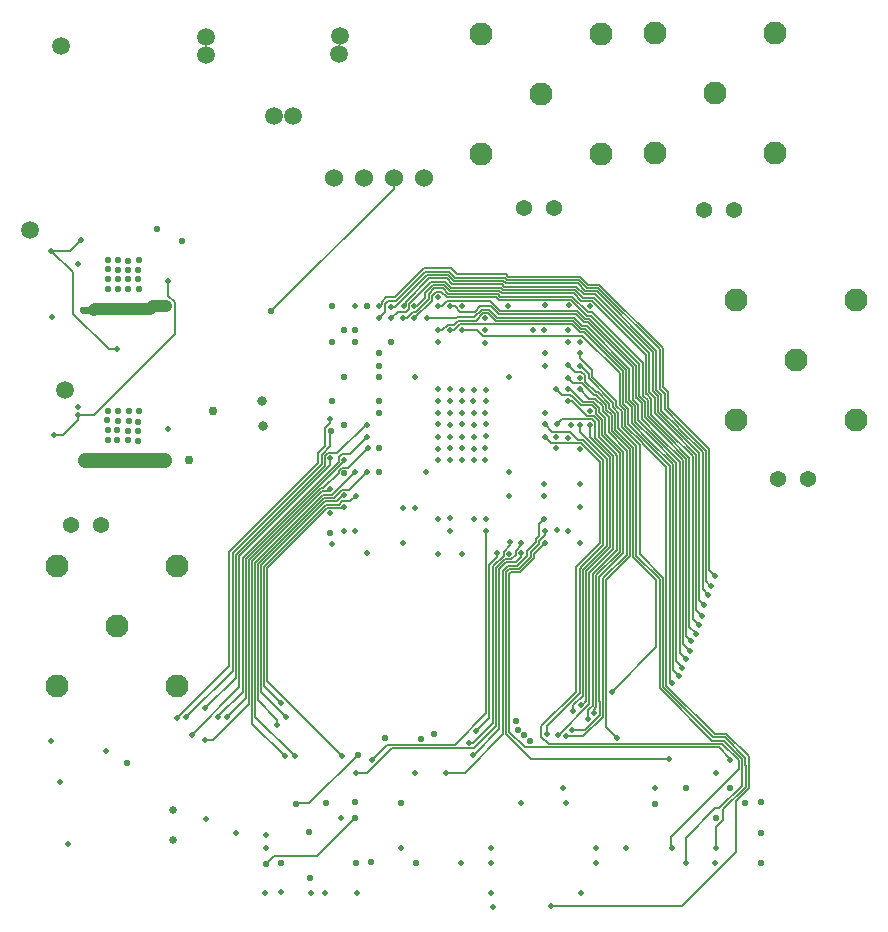
<source format=gbr>
G04 EAGLE Gerber RS-274X export*
G75*
%MOMM*%
%FSLAX34Y34*%
%LPD*%
%INCopper Layer 2*%
%IPPOS*%
%AMOC8*
5,1,8,0,0,1.08239X$1,22.5*%
G01*
%ADD10C,1.943100*%
%ADD11C,1.371600*%
%ADD12C,1.524000*%
%ADD13C,0.553200*%
%ADD14C,1.500000*%
%ADD15C,0.825000*%
%ADD16C,0.503200*%
%ADD17C,0.750000*%
%ADD18C,0.152400*%
%ADD19C,0.675000*%
%ADD20C,0.203200*%
%ADD21C,1.270000*%
%ADD22C,1.000000*%
%ADD23C,0.609600*%
%ADD24C,1.016000*%


D10*
X585000Y732200D03*
X635800Y783000D03*
X534200Y783000D03*
X534200Y681400D03*
X635800Y681400D03*
X732200Y732900D03*
X783000Y783700D03*
X681400Y783700D03*
X681400Y682100D03*
X783000Y682100D03*
X800500Y506800D03*
X851300Y557600D03*
X749700Y557600D03*
X749700Y456000D03*
X851300Y456000D03*
X225800Y281500D03*
X276600Y332300D03*
X175000Y332300D03*
X175000Y230700D03*
X276600Y230700D03*
D11*
X212500Y367300D03*
X187100Y367300D03*
X785400Y406300D03*
X810800Y406300D03*
X722700Y634200D03*
X748100Y634200D03*
X570300Y635900D03*
X595700Y635900D03*
D12*
X485500Y660800D03*
X460100Y660800D03*
X434700Y660800D03*
X409300Y660800D03*
D13*
X217900Y463800D03*
X244000Y463800D03*
X217600Y455700D03*
X217700Y447200D03*
X218100Y439200D03*
X243800Y438600D03*
X243500Y446600D03*
X243700Y454700D03*
X235600Y454900D03*
X226400Y455300D03*
X225800Y447500D03*
X235200Y447000D03*
X226000Y439500D03*
X234700Y439400D03*
X226700Y463800D03*
X235500Y463700D03*
X218200Y591200D03*
X244400Y591500D03*
X218400Y567100D03*
X244000Y567000D03*
X226400Y591200D03*
X234900Y591100D03*
X218200Y583800D03*
X218200Y575300D03*
X243900Y575200D03*
X243700Y583000D03*
X234800Y582800D03*
X226500Y583300D03*
X226300Y575200D03*
X234800Y575100D03*
X234900Y566700D03*
X226700Y566700D03*
D14*
X301100Y780100D03*
X300700Y765400D03*
X414200Y781400D03*
X414100Y765800D03*
X358700Y713200D03*
X374900Y713600D03*
X152100Y617200D03*
D15*
X349700Y451200D03*
D13*
X407400Y552400D03*
X437800Y552200D03*
X427600Y532300D03*
X417900Y532300D03*
X407500Y522500D03*
X427600Y522200D03*
X447800Y512600D03*
X458000Y522300D03*
X447600Y502200D03*
X447600Y492400D03*
X407400Y472300D03*
X447500Y472000D03*
X447200Y462100D03*
X447500Y432300D03*
X417700Y452100D03*
X418300Y410900D03*
X447900Y412000D03*
D16*
X405700Y377100D03*
X417900Y361900D03*
X427200Y361800D03*
X407700Y351100D03*
X468000Y351900D03*
X497500Y560300D03*
X497400Y522400D03*
X517900Y552300D03*
X537500Y542200D03*
X557200Y552700D03*
X537400Y532600D03*
X537500Y521300D03*
X578100Y532100D03*
X587400Y532000D03*
X588200Y553100D03*
X607500Y532200D03*
X626300Y552300D03*
X607500Y522500D03*
X618100Y522300D03*
X617500Y491800D03*
X587900Y512400D03*
X587800Y502200D03*
X626300Y463800D03*
X609800Y451600D03*
X587900Y462000D03*
X607800Y441200D03*
X597600Y441700D03*
X617800Y431100D03*
X597600Y432200D03*
X587600Y402100D03*
X587500Y392000D03*
X618000Y402200D03*
X617700Y382300D03*
X597900Y362700D03*
X617600Y351900D03*
X607700Y362100D03*
X557700Y343000D03*
X538100Y372300D03*
X517800Y342900D03*
X527600Y372400D03*
X497300Y372300D03*
X507800Y372800D03*
X507500Y362300D03*
X497700Y343000D03*
X557900Y392100D03*
X477700Y492100D03*
X557900Y492300D03*
X557700Y412300D03*
X487700Y412300D03*
X497600Y472400D03*
X508000Y472200D03*
X518000Y472100D03*
X527400Y472200D03*
X537800Y472200D03*
X537600Y462200D03*
X537900Y452300D03*
X537800Y442400D03*
X537500Y432400D03*
X537400Y422600D03*
X527800Y431800D03*
X527600Y422200D03*
X517600Y422500D03*
X507900Y422300D03*
X537800Y481700D03*
X527800Y481700D03*
X527900Y462400D03*
X527900Y452100D03*
X527700Y441900D03*
X517900Y432100D03*
X508100Y432200D03*
X517900Y442100D03*
X517700Y452300D03*
X517700Y462100D03*
X518000Y481800D03*
X508000Y481900D03*
X507600Y462200D03*
X508100Y451900D03*
X507900Y441800D03*
X497600Y431600D03*
X497500Y422500D03*
X497700Y442000D03*
X497500Y452600D03*
X497500Y462100D03*
X497500Y481900D03*
D13*
X417600Y492500D03*
D16*
X478200Y381900D03*
X467800Y381900D03*
X437700Y343300D03*
D15*
X348100Y472400D03*
D13*
X234300Y165300D03*
D16*
X183900Y96800D03*
X177100Y149600D03*
D13*
X259500Y618200D03*
X280700Y607300D03*
D14*
X178400Y772900D03*
D13*
X707600Y144200D03*
X745100Y144400D03*
X681100Y130600D03*
X733200Y119400D03*
X757100Y132100D03*
X771000Y132300D03*
D14*
X181600Y481400D03*
D17*
X306700Y464000D03*
D16*
X608100Y553200D03*
X169800Y184300D03*
X269200Y448400D03*
X538300Y362300D03*
D18*
X538300Y207600D01*
X454700Y181000D02*
X442000Y168300D01*
X441700Y168600D01*
D16*
X441700Y168600D03*
D18*
X511700Y181000D02*
X538300Y207600D01*
X511700Y181000D02*
X454700Y181000D01*
D16*
X587600Y371900D03*
D18*
X583400Y367700D01*
X583400Y358200D01*
X580500Y355300D01*
X580500Y352700D01*
X573100Y345300D01*
X573100Y341200D01*
X570594Y338694D01*
X570594Y338643D01*
X564657Y332706D01*
X556600Y332706D01*
X552276Y328382D01*
X552276Y189876D01*
D16*
X504100Y157600D03*
D18*
X520000Y157600D02*
X552276Y189876D01*
X520000Y157600D02*
X504100Y157600D01*
D16*
X588000Y362500D03*
D18*
X588000Y358600D01*
X583300Y353900D01*
X583300Y351400D01*
X575894Y343994D01*
X575894Y340043D01*
X573388Y337537D02*
X573388Y337485D01*
X565815Y329912D01*
X573388Y337537D02*
X575894Y340043D01*
X565815Y329912D02*
X557757Y329912D01*
X555070Y327225D01*
X555070Y190430D01*
X576300Y169200D02*
X693300Y169200D01*
X693300Y169300D01*
D16*
X693300Y169300D03*
D18*
X576300Y169200D02*
X555070Y190430D01*
D16*
X588000Y352000D03*
D18*
X578688Y342688D01*
X578688Y338885D01*
X576182Y336379D02*
X576182Y336328D01*
X566972Y327118D01*
X576182Y336379D02*
X578688Y338885D01*
X566972Y327118D02*
X558915Y327118D01*
X557864Y326067D01*
X557864Y192136D01*
X745100Y169200D02*
X745100Y168300D01*
D16*
X745100Y168300D03*
D18*
X570900Y179100D02*
X557864Y192136D01*
X570900Y179100D02*
X735200Y179100D01*
X745100Y169200D01*
D16*
X568100Y352200D03*
D18*
X568100Y350000D01*
X563200Y345100D01*
X563200Y342000D01*
X559600Y338400D01*
X554100Y338400D01*
X546688Y330988D01*
X546688Y196788D01*
X437400Y157200D02*
X427900Y157200D01*
X427800Y157300D01*
D16*
X427800Y157300D03*
D18*
X528000Y178100D02*
X546688Y196788D01*
X528000Y178100D02*
X458300Y178100D01*
X437400Y157200D01*
D16*
X558300Y352500D03*
D18*
X558300Y350000D01*
X553000Y344700D01*
X553000Y341300D01*
X543894Y332194D01*
X543894Y199394D01*
X526900Y182400D02*
X523400Y182400D01*
X523400Y182648D01*
D16*
X523400Y182648D03*
X477900Y157000D03*
D18*
X526900Y182400D02*
X543894Y199394D01*
D16*
X567800Y343200D03*
D18*
X567800Y339800D01*
X563500Y335500D02*
X555151Y335500D01*
X563500Y335500D02*
X567800Y339800D01*
X555151Y335500D02*
X549482Y329831D01*
X549482Y194182D01*
X527300Y172700D02*
X527200Y172800D01*
D16*
X527200Y172800D03*
X681300Y144300D03*
D18*
X549482Y194182D02*
X528000Y172700D01*
X527300Y172700D01*
D16*
X547800Y343100D03*
D18*
X547800Y340100D01*
X541100Y333400D01*
X541100Y204000D02*
X529600Y192500D01*
X541100Y204000D02*
X541100Y333400D01*
X529600Y192500D02*
X529616Y192484D01*
D16*
X529616Y192484D03*
X732600Y157000D03*
X497600Y532100D03*
D18*
X529400Y540300D02*
X535700Y546600D01*
X529400Y540300D02*
X514800Y540300D01*
X511300Y536800D01*
X501300Y532100D02*
X497600Y532100D01*
X501300Y532100D02*
X506000Y536800D01*
X511300Y536800D01*
X535700Y546600D02*
X540000Y546600D01*
X546606Y539994D01*
X611757Y539994D02*
X618563Y533188D01*
X611757Y539994D02*
X546606Y539994D01*
X618563Y533188D02*
X622115Y533188D01*
X656788Y471520D02*
X657300Y471008D01*
X657300Y470965D01*
X661440Y466825D01*
X661440Y453631D02*
X676555Y438516D01*
X676555Y438413D01*
X696442Y418526D01*
X696442Y244258D01*
X661440Y453631D02*
X661440Y466825D01*
X656788Y498515D02*
X622115Y533188D01*
X656788Y498515D02*
X656788Y471520D01*
D16*
X701400Y239300D03*
D18*
X696442Y244258D01*
D13*
X575102Y183900D03*
X427300Y119200D03*
D18*
X394800Y86700D01*
X358500Y86700D02*
X351800Y80000D01*
X351650Y80150D01*
D13*
X351650Y80150D03*
D18*
X358500Y86700D02*
X394800Y86700D01*
D16*
X468400Y552400D03*
D18*
X470206Y554206D01*
X470206Y555757D01*
X490325Y575876D02*
X504830Y575876D01*
X490325Y575876D02*
X470206Y555757D01*
X504830Y575876D02*
X509736Y570970D01*
X551636Y570970D02*
X553630Y568976D01*
X614630Y568976D02*
X621218Y562388D01*
X630615Y562388D02*
X679300Y513703D01*
X551636Y570970D02*
X509736Y570970D01*
X553630Y568976D02*
X614630Y568976D01*
X621218Y562388D02*
X630615Y562388D01*
X679300Y513703D02*
X679300Y480619D01*
X679652Y480267D01*
X679652Y480224D01*
X683792Y476084D01*
X683792Y462890D02*
X698907Y447775D01*
X698907Y447672D01*
X718794Y427785D01*
X718794Y303606D01*
X683792Y462890D02*
X683792Y476084D01*
X718794Y303606D02*
X723100Y299300D01*
X723050Y299250D01*
D16*
X723050Y299250D03*
D13*
X388507Y107393D03*
D16*
X497500Y552300D03*
D18*
X505400Y557000D02*
X541600Y557000D01*
X505400Y557000D02*
X500700Y552300D01*
X497500Y552300D01*
X541600Y557000D02*
X550224Y548376D01*
X615230Y548376D02*
X622036Y541570D01*
X615230Y548376D02*
X550224Y548376D01*
X625657Y541570D02*
X627294Y539933D01*
X627294Y539863D01*
X665170Y501987D02*
X665170Y474992D01*
X665682Y474480D01*
X665682Y474437D01*
X669822Y470297D01*
X669822Y457103D02*
X684937Y441988D01*
X684937Y441885D01*
X704824Y421998D01*
X669822Y457103D02*
X669822Y470297D01*
X625657Y541570D02*
X622036Y541570D01*
X627294Y539863D02*
X665170Y501987D01*
X704824Y421998D02*
X704824Y266376D01*
X710700Y260500D01*
D16*
X710700Y260500D03*
D13*
X563330Y201170D03*
X494400Y190400D03*
X427700Y80900D03*
D16*
X587700Y452400D03*
D18*
X593900Y446200D01*
X616206Y439494D02*
X619957Y439494D01*
X609500Y446200D02*
X593900Y446200D01*
X609500Y446200D02*
X616206Y439494D01*
X637594Y421857D02*
X637594Y350543D01*
X637594Y421857D02*
X619957Y439494D01*
X619200Y332149D02*
X619200Y332051D01*
X617333Y330184D01*
X619200Y332149D02*
X637594Y350543D01*
X589700Y197000D02*
X589700Y190000D01*
D16*
X589700Y190000D03*
X542600Y93700D03*
D18*
X617333Y224633D02*
X617333Y330184D01*
X617333Y224633D02*
X589700Y197000D01*
D16*
X607400Y491900D03*
D18*
X612200Y487100D01*
X629918Y476982D02*
X631472Y476982D01*
X639682Y468772D02*
X639682Y464875D01*
X619800Y487100D02*
X612200Y487100D01*
X619800Y487100D02*
X629918Y476982D01*
X631472Y476982D02*
X639682Y468772D01*
X644676Y459881D02*
X644676Y446686D01*
X659791Y431571D01*
X659791Y431469D01*
X659959Y431300D01*
X659959Y341000D01*
X644676Y459881D02*
X639682Y464875D01*
X659959Y341000D02*
X639900Y320940D01*
X639900Y196200D01*
X649066Y187034D01*
D16*
X649066Y187034D03*
X631100Y94000D03*
X608000Y472500D03*
D18*
X610600Y472500D01*
X629357Y459394D02*
X633500Y455251D01*
X629357Y459394D02*
X623706Y459394D01*
X610600Y472500D01*
X633500Y442057D02*
X648615Y426942D01*
X633500Y442057D02*
X633500Y455251D01*
X648615Y426942D02*
X648615Y426839D01*
X648783Y426671D01*
X648783Y345829D01*
X628609Y325655D01*
X628609Y214160D01*
X627397Y212948D01*
X627380Y212948D01*
X624716Y210284D01*
X624716Y203184D01*
X624800Y203100D01*
D16*
X624800Y203100D03*
X656300Y93700D03*
X587800Y442000D03*
D18*
X593000Y436800D01*
X618700Y436800D02*
X634800Y420700D01*
X618700Y436800D02*
X593000Y436800D01*
X634800Y420700D02*
X634800Y351800D01*
X616100Y333100D02*
X616100Y332903D01*
X614439Y331242D01*
X614439Y226000D01*
X616100Y333100D02*
X634800Y351800D01*
X614439Y226000D02*
X585100Y196661D01*
X585100Y188000D01*
X591206Y181894D01*
X738206Y181894D02*
X752200Y167900D01*
X752200Y160800D01*
X694500Y103100D02*
X694500Y94500D01*
X695500Y93500D01*
D16*
X695500Y93500D03*
D18*
X738206Y181894D02*
X591206Y181894D01*
X694500Y103100D02*
X752200Y160800D01*
D16*
X617800Y512600D03*
D18*
X617800Y508600D02*
X628000Y498400D01*
X617800Y508600D02*
X617800Y512600D01*
X628000Y498400D02*
X628000Y492503D01*
X648300Y472203D02*
X648300Y472051D01*
X648394Y471957D01*
X648394Y468060D02*
X648918Y467536D01*
X648918Y467493D01*
X648394Y468060D02*
X648394Y471957D01*
X653058Y463353D02*
X653058Y450159D01*
X668173Y435043D01*
X668173Y342452D02*
X688060Y322565D01*
X668173Y342452D02*
X668173Y435043D01*
X648300Y472203D02*
X628000Y492503D01*
X648918Y467493D02*
X653058Y463353D01*
X688060Y229991D02*
X730569Y187482D01*
X740521Y187482D01*
X757788Y163763D02*
X757894Y163657D01*
X757788Y170215D02*
X740521Y187482D01*
X757788Y170215D02*
X757788Y163763D01*
X757894Y163657D02*
X757894Y145443D01*
X738900Y126449D01*
X738900Y117300D01*
X732900Y111300D01*
X732900Y94200D01*
X733300Y93800D01*
D16*
X733300Y93800D03*
D18*
X688060Y229991D02*
X688060Y322565D01*
D16*
X487800Y542300D03*
D18*
X512600Y542300D01*
X513400Y543100D01*
X528000Y543100D01*
X534400Y549500D01*
X541100Y549500D02*
X547812Y542788D01*
X612915Y542788D02*
X619721Y535982D01*
X541100Y549500D02*
X534400Y549500D01*
X547812Y542788D02*
X612915Y542788D01*
X619721Y535982D02*
X623272Y535982D01*
X659582Y472678D02*
X660094Y472166D01*
X660094Y472122D01*
X664234Y467983D01*
X664234Y454788D02*
X679349Y439673D01*
X679349Y439570D01*
X699236Y419683D01*
X664234Y454788D02*
X664234Y467983D01*
X699236Y419683D02*
X699236Y251764D01*
X659582Y499672D02*
X623272Y535982D01*
X659582Y499672D02*
X659582Y472678D01*
X704400Y246600D02*
X704400Y246400D01*
D16*
X704400Y246400D03*
D18*
X704400Y246600D02*
X699236Y251764D01*
D13*
X570300Y189100D03*
X429400Y172400D03*
D18*
X388400Y131400D01*
X377300Y131400D01*
X377300Y131300D01*
D13*
X377300Y131300D03*
D16*
X477600Y552700D03*
D18*
X479900Y552700D02*
X486712Y559512D01*
X479900Y552700D02*
X477600Y552700D01*
X486712Y559512D02*
X486712Y563721D01*
X493279Y570288D01*
X502515Y570288D01*
X507421Y565382D01*
X549321Y565382D02*
X551315Y563388D01*
X612315Y563388D01*
X618903Y556800D01*
X628300Y556800D02*
X673600Y511500D01*
X549321Y565382D02*
X507421Y565382D01*
X618903Y556800D02*
X628300Y556800D01*
X673600Y478417D02*
X674064Y477952D01*
X674064Y477909D01*
X678204Y473769D01*
X678204Y460575D02*
X693319Y445460D01*
X693319Y445357D01*
X713206Y425470D01*
X713206Y287894D01*
X678204Y460575D02*
X678204Y473769D01*
X673600Y478417D02*
X673600Y511500D01*
X713206Y287894D02*
X718200Y282900D01*
D16*
X718200Y282900D03*
D13*
X427300Y132400D03*
D16*
X447600Y542100D03*
D18*
X452600Y547100D01*
X452600Y554600D01*
X455000Y557000D01*
X462249Y557000D01*
X486824Y581576D01*
X507224Y581576D01*
X512242Y576558D01*
X553950Y576558D02*
X555944Y574564D01*
X616944Y574564D02*
X623532Y567976D01*
X632930Y567976D02*
X685100Y515806D01*
X553950Y576558D02*
X512242Y576558D01*
X555944Y574564D02*
X616944Y574564D01*
X623532Y567976D02*
X632930Y567976D01*
X685100Y482722D02*
X685240Y482582D01*
X685240Y482539D01*
X689380Y478399D01*
X689380Y465204D02*
X704495Y450089D01*
X704495Y449987D01*
X724382Y430100D01*
X724382Y319400D01*
X689380Y465204D02*
X689380Y478399D01*
X685100Y482722D02*
X685100Y515806D01*
X724382Y319400D02*
X728082Y315700D01*
D16*
X728800Y315700D03*
D18*
X728082Y315700D01*
D13*
X452408Y186900D03*
D16*
X617700Y482100D03*
D18*
X625612Y474188D01*
X630315Y474188D01*
X636888Y467615D01*
X636888Y463718D01*
X641882Y458724D02*
X641882Y445529D01*
X656997Y430414D02*
X656997Y430311D01*
X657165Y430143D01*
X657165Y342157D01*
X641882Y458724D02*
X636888Y463718D01*
X641882Y445529D02*
X656997Y430414D01*
X657165Y342157D02*
X637106Y322098D01*
X637106Y204706D02*
X620700Y188300D01*
X606200Y188300D01*
X606100Y188400D01*
X637106Y204706D02*
X637106Y322098D01*
D16*
X606100Y188400D03*
X567700Y132100D03*
X607600Y482100D03*
D18*
X609200Y482100D01*
X619906Y471394D01*
X629157Y471394D02*
X634094Y466457D01*
X634094Y462560D01*
X629157Y471394D02*
X619906Y471394D01*
X639088Y457566D02*
X639088Y444372D01*
X654203Y429257D01*
X654203Y429154D01*
X654371Y428986D01*
X654371Y343515D01*
X634228Y323372D01*
X639088Y457566D02*
X634094Y462560D01*
X634228Y323372D02*
X634228Y217772D01*
X634312Y217688D01*
X634312Y205912D02*
X621600Y193200D01*
X610800Y193200D01*
X634312Y205912D02*
X634312Y217688D01*
D16*
X610800Y193200D03*
X605650Y132150D03*
X457800Y542200D03*
D18*
X463400Y547800D01*
X473000Y550400D02*
X473000Y554600D01*
X470400Y547800D02*
X463400Y547800D01*
X470400Y547800D02*
X473000Y550400D01*
X473000Y554600D02*
X491482Y573082D01*
X503672Y573082D01*
X508578Y568176D01*
X550478Y568176D01*
X552472Y566182D02*
X613472Y566182D01*
X620060Y559594D02*
X629457Y559594D01*
X552472Y566182D02*
X550478Y568176D01*
X613472Y566182D02*
X620060Y559594D01*
X629457Y559594D02*
X676500Y512551D01*
X676500Y479468D02*
X676858Y479110D01*
X676858Y479067D01*
X680998Y474927D01*
X680998Y461732D02*
X696113Y446617D01*
X696113Y446514D01*
X716000Y426628D01*
X716000Y295600D01*
X680998Y461732D02*
X680998Y474927D01*
X676500Y479468D02*
X676500Y512551D01*
X716000Y295600D02*
X721300Y290300D01*
X721250Y290250D01*
D16*
X721250Y290250D03*
D13*
X364450Y80750D03*
D16*
X457600Y552100D03*
D18*
X461300Y552100D01*
X487900Y578700D02*
X506000Y578700D01*
X487900Y578700D02*
X461300Y552100D01*
X506000Y578700D02*
X510936Y573764D01*
X552793Y573764D02*
X554787Y571770D01*
X615787Y571770D02*
X622375Y565182D01*
X631772Y565182D02*
X682200Y514754D01*
X552793Y573764D02*
X510936Y573764D01*
X554787Y571770D02*
X615787Y571770D01*
X622375Y565182D02*
X631772Y565182D01*
X682200Y514754D02*
X682200Y481671D01*
X682446Y481425D01*
X682446Y481381D01*
X686586Y477242D01*
X686586Y464047D02*
X701701Y448932D01*
X701701Y448829D01*
X721588Y428942D01*
X686586Y464047D02*
X686586Y477242D01*
X721588Y428942D02*
X721588Y312612D01*
X726400Y307800D01*
X726250Y307650D01*
D16*
X726250Y307650D03*
D13*
X389400Y68600D03*
D16*
X467800Y542400D03*
D18*
X471200Y542400D02*
X476600Y547800D01*
X471200Y542400D02*
X467800Y542400D01*
X476600Y547800D02*
X479149Y547800D01*
X489506Y558157D02*
X489506Y562464D01*
X494536Y567494D02*
X501357Y567494D01*
X489506Y558157D02*
X479149Y547800D01*
X489506Y562464D02*
X494536Y567494D01*
X501357Y567494D02*
X506263Y562588D01*
X548163Y562588D01*
X550157Y560594D01*
X611157Y560594D02*
X624593Y547158D01*
X611157Y560594D02*
X550157Y560594D01*
X627972Y547158D02*
X632882Y542248D01*
X632882Y542178D01*
X670758Y504302D01*
X670758Y477307D02*
X671270Y476795D01*
X671270Y476752D01*
X675410Y472612D01*
X675410Y459418D02*
X690525Y444302D01*
X690525Y444200D01*
X710412Y424313D01*
X675410Y459418D02*
X675410Y472612D01*
X710412Y424313D02*
X710412Y280988D01*
X627972Y547158D02*
X624593Y547158D01*
X670758Y504302D02*
X670758Y477307D01*
X710412Y280988D02*
X715900Y275500D01*
X715900Y275300D01*
X715800Y275200D01*
D16*
X715800Y275200D03*
D13*
X440700Y81500D03*
D16*
X477600Y542300D03*
D18*
X492300Y557000D01*
X492300Y561300D01*
X495700Y564700D01*
X500200Y564700D02*
X505106Y559794D01*
X547006Y559794D02*
X549000Y557800D01*
X500200Y564700D02*
X495700Y564700D01*
X505106Y559794D02*
X547006Y559794D01*
X549000Y557800D02*
X610000Y557800D01*
X623436Y544364D01*
X626815Y544364D02*
X630088Y541091D01*
X630088Y541020D01*
X667964Y503144D01*
X667964Y476150D02*
X668476Y475638D01*
X668476Y475595D01*
X672616Y471455D01*
X672616Y458260D02*
X687731Y443145D01*
X687731Y443042D01*
X707618Y423155D01*
X672616Y458260D02*
X672616Y471455D01*
X707618Y423155D02*
X707618Y272882D01*
X626815Y544364D02*
X623436Y544364D01*
X667964Y503144D02*
X667964Y476150D01*
D16*
X711900Y268600D03*
D18*
X707618Y272882D01*
D13*
X479050Y81250D03*
D16*
X507900Y532200D03*
D18*
X510800Y532200D02*
X515800Y537200D01*
X510800Y532200D02*
X507900Y532200D01*
X515800Y537200D02*
X610600Y537200D01*
X617406Y530394D01*
X620957Y530394D02*
X653994Y497357D01*
X653994Y470363D02*
X654506Y469851D01*
X654506Y469808D01*
X658646Y465668D01*
X658646Y452473D02*
X673761Y437358D01*
X673761Y437255D01*
X693648Y417369D01*
X658646Y452473D02*
X658646Y465668D01*
X693648Y417369D02*
X693648Y234752D01*
X620957Y530394D02*
X617406Y530394D01*
X653994Y497357D02*
X653994Y470363D01*
X693648Y234752D02*
X695250Y233150D01*
X695402Y233150D01*
D16*
X695402Y233150D03*
X517100Y81200D03*
X607900Y502400D03*
D18*
X613200Y497100D01*
X619000Y497100D01*
X622300Y493800D01*
X622300Y488551D01*
X631075Y479776D02*
X632630Y479776D01*
X642476Y469930D01*
X642476Y466032D01*
X631075Y479776D02*
X622300Y488551D01*
X642476Y466032D02*
X647470Y461038D01*
X647470Y447844D01*
X662585Y432729D01*
X662585Y432626D01*
X662753Y432458D01*
X662753Y339969D02*
X682472Y320250D01*
X662753Y339969D02*
X662753Y432458D01*
X682472Y320250D02*
X682472Y263572D01*
X644900Y226000D01*
D16*
X644900Y226000D03*
X542300Y81300D03*
X626300Y452200D03*
D18*
X626300Y441354D02*
X643027Y424627D01*
X626300Y441354D02*
X626300Y452200D01*
X643027Y424627D02*
X643027Y424524D01*
X643195Y424356D01*
X643195Y348144D01*
X622921Y327869D01*
X622921Y217921D02*
X619050Y214050D01*
X618524Y214576D01*
D16*
X618524Y214576D03*
X631300Y80900D03*
D18*
X622921Y217921D02*
X622921Y327869D01*
D16*
X617700Y502200D03*
D18*
X620006Y499894D01*
X620157Y499894D01*
X625094Y494957D01*
X625094Y491306D01*
X645600Y470800D02*
X645600Y466903D01*
X646124Y466379D01*
X646124Y466336D01*
X650264Y462196D02*
X650264Y449001D01*
X665379Y433886D01*
X665379Y433783D01*
X665547Y433615D01*
X665547Y341126D02*
X685266Y321408D01*
X665547Y341126D02*
X665547Y433615D01*
X645600Y470800D02*
X625094Y491306D01*
X646124Y466336D02*
X650264Y462196D01*
X729612Y184688D02*
X739363Y184688D01*
X754994Y162500D02*
X755100Y162500D01*
X754994Y169057D02*
X739363Y184688D01*
X754994Y169057D02*
X754994Y162500D01*
X735800Y127300D02*
X732200Y127300D01*
X707200Y102300D01*
X707200Y81500D02*
X707500Y81200D01*
D16*
X707500Y81200D03*
D18*
X685266Y229034D02*
X685266Y321408D01*
X685266Y229034D02*
X729612Y184688D01*
X755100Y162500D02*
X755100Y146600D01*
X735800Y127300D01*
X707200Y102300D02*
X707200Y81500D01*
D16*
X597500Y482200D03*
D18*
X602300Y477400D01*
X609532Y477400D01*
X611638Y475294D01*
X611757Y475294D01*
X631300Y465300D02*
X631300Y461403D01*
X618451Y468600D02*
X611757Y475294D01*
X618451Y468600D02*
X628000Y468600D01*
X631300Y465300D01*
X636294Y456409D02*
X636294Y443214D01*
X651409Y428099D02*
X651409Y427996D01*
X651577Y427828D01*
X651577Y344672D02*
X631403Y324497D01*
X636294Y456409D02*
X631300Y461403D01*
X636294Y443214D02*
X651409Y428099D01*
X651577Y427828D02*
X651577Y344672D01*
X631403Y324497D02*
X631403Y217297D01*
X631434Y217266D01*
X629264Y210864D02*
X629264Y208400D01*
D16*
X629264Y208400D03*
X732400Y80900D03*
D18*
X631434Y213034D02*
X631434Y217266D01*
X631434Y213034D02*
X629264Y210864D01*
D16*
X418000Y392200D03*
D18*
X417200Y392200D01*
X412300Y387300D01*
X401788Y387300D01*
X347812Y333324D01*
X347812Y225885D02*
X368949Y204749D01*
X347812Y225885D02*
X347812Y333324D01*
D16*
X368949Y204749D03*
X326500Y106600D03*
X418000Y422400D03*
D18*
X418000Y421500D01*
X397794Y401294D01*
X397434Y401294D01*
X334742Y338602D01*
X334742Y220942D01*
X318600Y204800D01*
D16*
X318600Y204800D03*
X351600Y94100D03*
X427400Y412200D03*
D18*
X408100Y392900D01*
X400095Y392900D01*
X342524Y335330D01*
X342524Y204871D02*
X376047Y171347D01*
X342524Y204871D02*
X342524Y335330D01*
D16*
X376047Y171347D03*
X466100Y93400D03*
X428200Y392000D03*
D18*
X423300Y387100D01*
X416200Y387100D01*
X413600Y384500D01*
X402949Y384500D01*
X350406Y331957D01*
X350406Y230643D02*
X364724Y216324D01*
X350406Y230643D02*
X350406Y331957D01*
D16*
X364724Y216324D03*
X301000Y118600D03*
X437200Y412100D03*
D18*
X422000Y396900D01*
X416100Y396900D02*
X409294Y390094D01*
X416100Y396900D02*
X422000Y396900D01*
X409294Y390094D02*
X400940Y390094D01*
X345218Y334372D01*
X345218Y218728D01*
X361600Y198000D02*
X361300Y197700D01*
D16*
X361300Y197700D03*
X351800Y105000D03*
D18*
X361600Y202346D02*
X345218Y218728D01*
X361600Y202346D02*
X361600Y198000D01*
D16*
X418100Y382500D03*
D18*
X417300Y381700D01*
X403900Y381700D01*
X353100Y330900D01*
X353100Y235300D02*
X416600Y171800D01*
X353100Y235300D02*
X353100Y330900D01*
D16*
X416600Y171800D03*
X415300Y119100D03*
X438000Y432100D03*
D18*
X421600Y415700D01*
X416315Y415700D02*
X413502Y412887D01*
X413502Y411502D01*
X400494Y398494D01*
X416315Y415700D02*
X421600Y415700D01*
X400494Y398494D02*
X398286Y398494D01*
X337336Y337544D01*
X337336Y215236D01*
X307300Y185200D02*
X300500Y185200D01*
D16*
X300500Y185200D03*
X364700Y56300D03*
D18*
X307300Y185200D02*
X337336Y215236D01*
D16*
X437300Y452100D03*
D18*
X436200Y452100D01*
X412400Y428300D01*
X404600Y428300D01*
X401800Y425500D01*
X401800Y417500D01*
X326231Y341931D01*
X326231Y237831D02*
X300500Y212100D01*
X326231Y237831D02*
X326231Y341931D01*
D16*
X300500Y212100D03*
X401900Y55700D03*
X406400Y457000D03*
D18*
X406400Y453700D01*
X401800Y449100D01*
X401800Y433800D01*
X395800Y427800D02*
X395800Y419403D01*
X395800Y427800D02*
X401800Y433800D01*
X395800Y419403D02*
X320737Y344339D01*
X320737Y248037D02*
X276800Y204100D01*
X320737Y248037D02*
X320737Y344339D01*
D16*
X276800Y204100D03*
X544400Y43900D03*
X406500Y423700D03*
D18*
X406500Y417951D01*
X329161Y340612D01*
X329161Y229761D02*
X288900Y189500D01*
X329161Y229761D02*
X329161Y340612D01*
D16*
X288900Y189500D03*
X350900Y55200D03*
X437700Y442000D03*
D18*
X422700Y427000D01*
X416000Y427000D01*
X413400Y424400D01*
X413400Y420900D01*
X332009Y339509D01*
X332009Y225809D02*
X311300Y205100D01*
X332009Y225809D02*
X332009Y339509D01*
X311300Y205100D02*
X311416Y204984D01*
D16*
X311416Y204984D03*
X389900Y55600D03*
D18*
X406400Y434200D02*
X406400Y447200D01*
X406400Y434200D02*
X399000Y426800D01*
X399000Y418651D01*
X323617Y343268D01*
X323617Y243417D02*
X284500Y204300D01*
X323617Y243417D02*
X323617Y343268D01*
D16*
X284500Y204300D03*
X428700Y55500D03*
D13*
X406598Y447113D03*
D18*
X406487Y447113D01*
X406400Y447200D01*
D16*
X517800Y532500D03*
D18*
X535600Y527600D02*
X619800Y527600D01*
X535600Y527600D02*
X530700Y532500D01*
X517800Y532500D01*
X619800Y527600D02*
X651200Y496200D01*
X651200Y469206D01*
X651712Y468693D02*
X651712Y468650D01*
X655852Y464510D01*
X655852Y451316D01*
X670967Y436201D02*
X670967Y436098D01*
X690854Y416211D01*
X690854Y231049D01*
X651712Y468693D02*
X651200Y469206D01*
X655852Y451316D02*
X670967Y436201D01*
X731627Y190276D02*
X741678Y190276D01*
X760582Y164921D02*
X760688Y164815D01*
X760582Y171372D02*
X741678Y190276D01*
X760582Y171372D02*
X760582Y164921D01*
X760688Y164815D02*
X760688Y144285D01*
X750000Y133597D01*
D16*
X593100Y44300D03*
D18*
X731627Y190276D02*
X690854Y231049D01*
X750000Y133597D02*
X750000Y90000D01*
X704300Y44300D01*
X593100Y44300D01*
D16*
X617900Y451900D03*
D18*
X617900Y445700D02*
X640401Y423199D01*
X617900Y445700D02*
X617900Y451900D01*
X640401Y423199D02*
X640401Y349301D01*
X620127Y329027D01*
X611800Y214400D02*
X611800Y209900D01*
X612100Y209600D01*
X612200Y209600D01*
D16*
X612200Y209600D03*
X618600Y55500D03*
D18*
X620127Y222727D02*
X620127Y329027D01*
X620127Y222727D02*
X611800Y214400D01*
D16*
X447800Y552500D03*
D18*
X449806Y554506D01*
X449806Y555757D01*
X453843Y559794D01*
X461091Y559794D01*
X485667Y584370D01*
X508430Y584370D01*
X513448Y579352D01*
X555108Y579352D02*
X557102Y577358D01*
X618102Y577358D02*
X624690Y570770D01*
X634087Y570770D02*
X688034Y516823D01*
X555108Y579352D02*
X513448Y579352D01*
X557102Y577358D02*
X618102Y577358D01*
X624690Y570770D02*
X634087Y570770D01*
X688034Y516823D02*
X688034Y483696D01*
X692174Y479556D01*
X692174Y466362D02*
X707289Y451247D01*
X707289Y451144D01*
X727176Y431257D01*
X727176Y329300D01*
X692174Y466362D02*
X692174Y479556D01*
X727176Y329300D02*
X732200Y324276D01*
X732200Y324200D01*
X732100Y324200D01*
D16*
X732100Y324200D03*
D13*
X402600Y131500D03*
D16*
X507600Y552400D03*
D18*
X511500Y552400D01*
X516000Y547900D01*
X528849Y547900D02*
X533243Y552294D01*
X542257Y552294D02*
X548969Y545582D01*
X528849Y547900D02*
X516000Y547900D01*
X533243Y552294D02*
X542257Y552294D01*
X548969Y545582D02*
X614072Y545582D01*
X620878Y538776D01*
X624430Y538776D01*
X662376Y500830D01*
X662376Y473835D02*
X662888Y473323D01*
X662888Y473280D01*
X667028Y469140D01*
X667028Y455945D02*
X682143Y440830D01*
X682143Y440728D01*
X702030Y420841D01*
X667028Y455945D02*
X667028Y469140D01*
X662376Y473835D02*
X662376Y500830D01*
X702030Y420841D02*
X702030Y258770D01*
X707400Y253400D01*
D16*
X707400Y253400D03*
D13*
X565540Y193960D03*
X483449Y186051D03*
X466100Y131700D03*
D16*
X598100Y452300D03*
D18*
X602400Y456600D01*
X628200Y456600D01*
X630653Y454147D01*
X630653Y440953D02*
X645821Y425784D01*
X645821Y425682D01*
X645989Y425513D01*
X645989Y346987D02*
X625715Y326712D01*
X630653Y440953D02*
X630653Y454147D01*
X645989Y425513D02*
X645989Y346987D01*
X625715Y326712D02*
X625715Y215334D01*
X600031Y189650D01*
X599250Y189650D01*
D16*
X599250Y189650D03*
X603400Y144900D03*
D19*
X273200Y125600D03*
X273000Y100400D03*
D13*
X770600Y106600D03*
X770800Y81000D03*
D16*
X192900Y467100D03*
D13*
X356400Y548100D03*
D20*
X460350Y652050D01*
X460100Y652300D01*
X460100Y660800D01*
D17*
X286800Y422600D03*
D16*
X192400Y460500D03*
X172800Y443700D03*
D20*
X179800Y443700D01*
D16*
X269000Y573800D03*
D20*
X269000Y561313D01*
X274436Y555877D01*
X274436Y528736D01*
X206200Y460500D01*
X192400Y460500D01*
X192400Y456300D02*
X179800Y443700D01*
X192400Y456300D02*
X192400Y460500D01*
D16*
X198700Y422200D03*
X206200Y422200D03*
X252500Y422000D03*
X265600Y422200D03*
D21*
X206200Y422200D02*
X198700Y422200D01*
X206200Y422200D02*
X252300Y422200D01*
X252500Y422000D01*
X265400Y422000D01*
X265600Y422200D01*
D13*
X206300Y549400D03*
X253300Y549800D03*
X269000Y552800D03*
D22*
X206700Y549800D02*
X206300Y549400D01*
X206700Y549800D02*
X253300Y549800D01*
D13*
X196900Y549000D03*
D23*
X197300Y549400D01*
X206300Y549400D01*
D24*
X253300Y549800D02*
X256300Y552800D01*
X267324Y552800D01*
D16*
X192600Y588100D03*
X170700Y543200D03*
X216600Y175700D03*
X427400Y552500D03*
D13*
X406400Y360700D03*
D16*
X406500Y398000D03*
D18*
X406500Y397500D01*
X404694Y395694D01*
X399137Y395694D01*
X339930Y336487D01*
X339930Y199013D02*
X367722Y171222D01*
X339930Y199013D02*
X339930Y336487D01*
D16*
X367722Y171222D03*
X542300Y55900D03*
X195000Y608600D03*
X169900Y599500D03*
X225400Y515800D03*
D20*
X185900Y599500D02*
X169900Y599500D01*
X185900Y599500D02*
X195000Y608600D01*
X169900Y599500D02*
X188420Y580980D01*
X188420Y546096D01*
X218716Y515800D01*
X225400Y515800D01*
M02*

</source>
